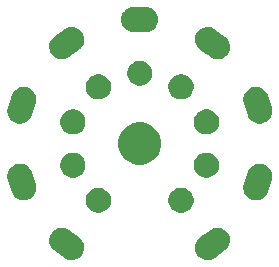
<source format=gts>
G04 #@! TF.GenerationSoftware,KiCad,Pcbnew,(5.0.2)-1*
G04 #@! TF.CreationDate,2019-04-02T21:27:11-07:00*
G04 #@! TF.ProjectId,5670-6922-adapter,35363730-2d36-4393-9232-2d6164617074,rev?*
G04 #@! TF.SameCoordinates,Original*
G04 #@! TF.FileFunction,Soldermask,Top*
G04 #@! TF.FilePolarity,Negative*
%FSLAX46Y46*%
G04 Gerber Fmt 4.6, Leading zero omitted, Abs format (unit mm)*
G04 Created by KiCad (PCBNEW (5.0.2)-1) date 4/2/2019 9:27:11 PM*
%MOMM*%
%LPD*%
G01*
G04 APERTURE LIST*
%ADD10C,0.100000*%
G04 APERTURE END LIST*
D10*
G36*
X88915711Y-86528347D02*
X89114104Y-86597143D01*
X89249873Y-86676719D01*
X90159793Y-87337813D01*
X90277429Y-87442346D01*
X90367091Y-87560793D01*
X90404164Y-87609768D01*
X90404164Y-87609769D01*
X90404165Y-87609770D01*
X90495802Y-87798697D01*
X90548824Y-88001883D01*
X90561185Y-88211499D01*
X90532415Y-88419503D01*
X90463619Y-88617896D01*
X90357438Y-88799057D01*
X90217956Y-88956023D01*
X90077114Y-89062637D01*
X90050533Y-89082758D01*
X89927956Y-89142212D01*
X89861600Y-89174397D01*
X89658418Y-89227418D01*
X89448802Y-89239779D01*
X89240798Y-89211009D01*
X89042405Y-89142213D01*
X88906636Y-89062637D01*
X88294503Y-88617897D01*
X87996718Y-88401544D01*
X87981973Y-88388441D01*
X87879081Y-88297010D01*
X87752348Y-88129590D01*
X87752347Y-88129588D01*
X87752346Y-88129587D01*
X87660707Y-87940654D01*
X87607686Y-87737472D01*
X87595325Y-87527857D01*
X87624095Y-87319853D01*
X87692891Y-87121460D01*
X87799072Y-86940299D01*
X87938554Y-86783333D01*
X88105974Y-86656600D01*
X88105975Y-86656600D01*
X88105977Y-86656598D01*
X88294910Y-86564959D01*
X88498092Y-86511938D01*
X88707707Y-86499577D01*
X88915711Y-86528347D01*
X88915711Y-86528347D01*
G37*
G36*
X102001908Y-86511938D02*
X102205090Y-86564959D01*
X102394023Y-86656598D01*
X102394025Y-86656600D01*
X102394026Y-86656600D01*
X102561446Y-86783333D01*
X102700928Y-86940299D01*
X102807109Y-87121460D01*
X102875905Y-87319853D01*
X102904675Y-87527857D01*
X102892314Y-87737473D01*
X102839292Y-87940659D01*
X102809595Y-88001884D01*
X102747654Y-88129588D01*
X102747652Y-88129590D01*
X102620919Y-88297010D01*
X102503283Y-88401543D01*
X101593363Y-89062637D01*
X101457594Y-89142213D01*
X101259201Y-89211009D01*
X101051197Y-89239779D01*
X100841582Y-89227418D01*
X100638400Y-89174397D01*
X100572044Y-89142212D01*
X100449467Y-89082758D01*
X100422886Y-89062637D01*
X100282044Y-88956023D01*
X100142562Y-88799057D01*
X100036381Y-88617896D01*
X99967585Y-88419503D01*
X99938815Y-88211499D01*
X99951176Y-88001884D01*
X100004197Y-87798702D01*
X100095836Y-87609770D01*
X100095836Y-87609769D01*
X100095838Y-87609766D01*
X100222571Y-87442346D01*
X100340207Y-87337813D01*
X100364927Y-87319853D01*
X101250126Y-86676719D01*
X101284456Y-86656598D01*
X101385895Y-86597143D01*
X101584288Y-86528347D01*
X101792292Y-86499577D01*
X102001908Y-86511938D01*
X102001908Y-86511938D01*
G37*
G36*
X99055324Y-83159571D02*
X99249320Y-83239927D01*
X99423922Y-83356593D01*
X99572396Y-83505067D01*
X99689062Y-83679669D01*
X99769418Y-83873665D01*
X99810383Y-84079613D01*
X99810383Y-84289599D01*
X99769418Y-84495547D01*
X99689062Y-84689543D01*
X99572396Y-84864145D01*
X99423922Y-85012619D01*
X99249320Y-85129285D01*
X99055324Y-85209641D01*
X98849376Y-85250606D01*
X98639390Y-85250606D01*
X98433442Y-85209641D01*
X98239446Y-85129285D01*
X98064844Y-85012619D01*
X97916370Y-84864145D01*
X97799704Y-84689543D01*
X97719348Y-84495547D01*
X97678383Y-84289599D01*
X97678383Y-84079613D01*
X97719348Y-83873665D01*
X97799704Y-83679669D01*
X97916370Y-83505067D01*
X98064844Y-83356593D01*
X98239446Y-83239927D01*
X98433442Y-83159571D01*
X98639390Y-83118606D01*
X98849376Y-83118606D01*
X99055324Y-83159571D01*
X99055324Y-83159571D01*
G37*
G36*
X92066558Y-83159571D02*
X92260554Y-83239927D01*
X92435156Y-83356593D01*
X92583630Y-83505067D01*
X92700296Y-83679669D01*
X92780652Y-83873665D01*
X92821617Y-84079613D01*
X92821617Y-84289599D01*
X92780652Y-84495547D01*
X92700296Y-84689543D01*
X92583630Y-84864145D01*
X92435156Y-85012619D01*
X92260554Y-85129285D01*
X92066558Y-85209641D01*
X91860610Y-85250606D01*
X91650624Y-85250606D01*
X91444676Y-85209641D01*
X91250680Y-85129285D01*
X91076078Y-85012619D01*
X90927604Y-84864145D01*
X90810938Y-84689543D01*
X90730582Y-84495547D01*
X90689617Y-84289599D01*
X90689617Y-84079613D01*
X90730582Y-83873665D01*
X90810938Y-83679669D01*
X90927604Y-83505067D01*
X91076078Y-83356593D01*
X91250680Y-83239927D01*
X91444676Y-83159571D01*
X91650624Y-83118606D01*
X91860610Y-83118606D01*
X92066558Y-83159571D01*
X92066558Y-83159571D01*
G37*
G36*
X85213432Y-81070907D02*
X85397063Y-81103699D01*
X85428259Y-81115909D01*
X85592601Y-81180230D01*
X85769454Y-81293442D01*
X85920822Y-81438979D01*
X86040888Y-81611248D01*
X86103954Y-81755429D01*
X86451512Y-82825101D01*
X86485239Y-82978817D01*
X86489361Y-83188759D01*
X86452446Y-83395472D01*
X86375915Y-83591010D01*
X86319162Y-83679666D01*
X86262704Y-83767863D01*
X86262701Y-83767866D01*
X86117169Y-83919230D01*
X85944897Y-84039297D01*
X85899561Y-84059127D01*
X85752512Y-84123448D01*
X85599650Y-84156987D01*
X85547405Y-84168450D01*
X85345873Y-84172407D01*
X85337464Y-84172572D01*
X85337462Y-84172572D01*
X85130752Y-84135658D01*
X84935213Y-84059127D01*
X84833303Y-83993889D01*
X84758361Y-83945915D01*
X84606993Y-83800378D01*
X84584331Y-83767863D01*
X84486925Y-83628106D01*
X84423862Y-83483931D01*
X84209795Y-82825101D01*
X84076302Y-82414254D01*
X84042576Y-82260541D01*
X84042575Y-82260538D01*
X84038454Y-82050597D01*
X84075368Y-81843885D01*
X84151899Y-81648346D01*
X84265111Y-81471493D01*
X84410648Y-81320125D01*
X84582917Y-81200059D01*
X84775302Y-81115909D01*
X84980408Y-81070906D01*
X85186228Y-81066866D01*
X85190349Y-81066785D01*
X85190350Y-81066785D01*
X85213432Y-81070907D01*
X85213432Y-81070907D01*
G37*
G36*
X105318059Y-81066949D02*
X105519591Y-81070906D01*
X105571836Y-81082369D01*
X105724698Y-81115908D01*
X105858539Y-81174452D01*
X105917083Y-81200059D01*
X106089355Y-81320126D01*
X106203628Y-81438978D01*
X106234890Y-81471493D01*
X106267891Y-81523047D01*
X106348101Y-81648346D01*
X106424632Y-81843884D01*
X106461547Y-82050597D01*
X106457425Y-82260539D01*
X106423698Y-82414255D01*
X106076140Y-83483927D01*
X106013074Y-83628108D01*
X105893008Y-83800377D01*
X105741640Y-83945914D01*
X105564787Y-84059126D01*
X105407514Y-84120680D01*
X105369249Y-84135657D01*
X105265892Y-84154114D01*
X105162536Y-84172571D01*
X105162535Y-84172571D01*
X105158414Y-84172490D01*
X104952594Y-84168450D01*
X104747488Y-84123447D01*
X104555103Y-84039297D01*
X104382834Y-83919231D01*
X104237297Y-83767863D01*
X104124085Y-83591010D01*
X104047554Y-83395471D01*
X104010640Y-83188759D01*
X104014761Y-82978818D01*
X104028867Y-82914527D01*
X104048488Y-82825102D01*
X104303545Y-82040119D01*
X104396048Y-81755425D01*
X104459111Y-81611250D01*
X104579178Y-81438979D01*
X104579179Y-81438978D01*
X104730547Y-81293441D01*
X104805489Y-81245467D01*
X104907399Y-81180229D01*
X105102938Y-81103698D01*
X105309648Y-81066784D01*
X105309650Y-81066784D01*
X105318059Y-81066949D01*
X105318059Y-81066949D01*
G37*
G36*
X101214972Y-80187071D02*
X101408968Y-80267427D01*
X101583570Y-80384093D01*
X101732044Y-80532567D01*
X101848710Y-80707169D01*
X101929066Y-80901165D01*
X101970031Y-81107113D01*
X101970031Y-81317099D01*
X101929066Y-81523047D01*
X101848710Y-81717043D01*
X101848708Y-81717046D01*
X101763957Y-81843885D01*
X101732044Y-81891645D01*
X101583570Y-82040119D01*
X101583567Y-82040121D01*
X101583566Y-82040122D01*
X101408971Y-82156783D01*
X101408968Y-82156785D01*
X101214972Y-82237141D01*
X101009024Y-82278106D01*
X100799038Y-82278106D01*
X100593090Y-82237141D01*
X100399094Y-82156785D01*
X100399091Y-82156783D01*
X100224496Y-82040122D01*
X100224495Y-82040121D01*
X100224492Y-82040119D01*
X100076018Y-81891645D01*
X100044106Y-81843885D01*
X99959354Y-81717046D01*
X99959352Y-81717043D01*
X99878996Y-81523047D01*
X99838031Y-81317099D01*
X99838031Y-81107113D01*
X99878996Y-80901165D01*
X99959352Y-80707169D01*
X100076018Y-80532567D01*
X100224492Y-80384093D01*
X100399094Y-80267427D01*
X100593090Y-80187071D01*
X100799038Y-80146106D01*
X101009024Y-80146106D01*
X101214972Y-80187071D01*
X101214972Y-80187071D01*
G37*
G36*
X89906910Y-80187071D02*
X90100906Y-80267427D01*
X90275508Y-80384093D01*
X90423982Y-80532567D01*
X90540648Y-80707169D01*
X90621004Y-80901165D01*
X90661969Y-81107113D01*
X90661969Y-81317099D01*
X90621004Y-81523047D01*
X90540648Y-81717043D01*
X90540646Y-81717046D01*
X90455895Y-81843885D01*
X90423982Y-81891645D01*
X90275508Y-82040119D01*
X90275505Y-82040121D01*
X90275504Y-82040122D01*
X90100909Y-82156783D01*
X90100906Y-82156785D01*
X89906910Y-82237141D01*
X89700962Y-82278106D01*
X89490976Y-82278106D01*
X89285028Y-82237141D01*
X89091032Y-82156785D01*
X89091029Y-82156783D01*
X88916434Y-82040122D01*
X88916433Y-82040121D01*
X88916430Y-82040119D01*
X88767956Y-81891645D01*
X88736044Y-81843885D01*
X88651292Y-81717046D01*
X88651290Y-81717043D01*
X88570934Y-81523047D01*
X88529969Y-81317099D01*
X88529969Y-81107113D01*
X88570934Y-80901165D01*
X88651290Y-80707169D01*
X88767956Y-80532567D01*
X88916430Y-80384093D01*
X89091032Y-80267427D01*
X89285028Y-80187071D01*
X89490976Y-80146106D01*
X89700962Y-80146106D01*
X89906910Y-80187071D01*
X89906910Y-80187071D01*
G37*
G36*
X95775331Y-77643211D02*
X96103092Y-77778974D01*
X96398073Y-77976074D01*
X96648926Y-78226927D01*
X96846026Y-78521908D01*
X96981789Y-78849669D01*
X97051000Y-79197616D01*
X97051000Y-79552384D01*
X96981789Y-79900331D01*
X96846026Y-80228092D01*
X96648926Y-80523073D01*
X96398073Y-80773926D01*
X96103092Y-80971026D01*
X95775331Y-81106789D01*
X95427384Y-81176000D01*
X95072616Y-81176000D01*
X94724669Y-81106789D01*
X94396908Y-80971026D01*
X94101927Y-80773926D01*
X93851074Y-80523073D01*
X93653974Y-80228092D01*
X93518211Y-79900331D01*
X93449000Y-79552384D01*
X93449000Y-79197616D01*
X93518211Y-78849669D01*
X93653974Y-78521908D01*
X93851074Y-78226927D01*
X94101927Y-77976074D01*
X94396908Y-77778974D01*
X94724669Y-77643211D01*
X95072616Y-77574000D01*
X95427384Y-77574000D01*
X95775331Y-77643211D01*
X95775331Y-77643211D01*
G37*
G36*
X101214972Y-76512859D02*
X101408968Y-76593215D01*
X101408971Y-76593217D01*
X101567888Y-76699402D01*
X101583570Y-76709881D01*
X101732044Y-76858355D01*
X101732046Y-76858358D01*
X101732047Y-76858359D01*
X101823061Y-76994571D01*
X101848710Y-77032957D01*
X101929066Y-77226953D01*
X101970031Y-77432901D01*
X101970031Y-77642887D01*
X101929066Y-77848835D01*
X101848710Y-78042831D01*
X101732044Y-78217433D01*
X101583570Y-78365907D01*
X101408968Y-78482573D01*
X101214972Y-78562929D01*
X101009024Y-78603894D01*
X100799038Y-78603894D01*
X100593090Y-78562929D01*
X100399094Y-78482573D01*
X100224492Y-78365907D01*
X100076018Y-78217433D01*
X99959352Y-78042831D01*
X99878996Y-77848835D01*
X99838031Y-77642887D01*
X99838031Y-77432901D01*
X99878996Y-77226953D01*
X99959352Y-77032957D01*
X99985001Y-76994571D01*
X100076015Y-76858359D01*
X100076016Y-76858358D01*
X100076018Y-76858355D01*
X100224492Y-76709881D01*
X100240175Y-76699402D01*
X100399091Y-76593217D01*
X100399094Y-76593215D01*
X100593090Y-76512859D01*
X100799038Y-76471894D01*
X101009024Y-76471894D01*
X101214972Y-76512859D01*
X101214972Y-76512859D01*
G37*
G36*
X89906910Y-76512859D02*
X90100906Y-76593215D01*
X90100909Y-76593217D01*
X90259826Y-76699402D01*
X90275508Y-76709881D01*
X90423982Y-76858355D01*
X90423984Y-76858358D01*
X90423985Y-76858359D01*
X90514999Y-76994571D01*
X90540648Y-77032957D01*
X90621004Y-77226953D01*
X90661969Y-77432901D01*
X90661969Y-77642887D01*
X90621004Y-77848835D01*
X90540648Y-78042831D01*
X90423982Y-78217433D01*
X90275508Y-78365907D01*
X90100906Y-78482573D01*
X89906910Y-78562929D01*
X89700962Y-78603894D01*
X89490976Y-78603894D01*
X89285028Y-78562929D01*
X89091032Y-78482573D01*
X88916430Y-78365907D01*
X88767956Y-78217433D01*
X88651290Y-78042831D01*
X88570934Y-77848835D01*
X88529969Y-77642887D01*
X88529969Y-77432901D01*
X88570934Y-77226953D01*
X88651290Y-77032957D01*
X88676939Y-76994571D01*
X88767953Y-76858359D01*
X88767954Y-76858358D01*
X88767956Y-76858355D01*
X88916430Y-76709881D01*
X88932113Y-76699402D01*
X89091029Y-76593217D01*
X89091032Y-76593215D01*
X89285028Y-76512859D01*
X89490976Y-76471894D01*
X89700962Y-76471894D01*
X89906910Y-76512859D01*
X89906910Y-76512859D01*
G37*
G36*
X105185618Y-74581551D02*
X105369249Y-74614343D01*
X105400445Y-74626553D01*
X105564787Y-74690874D01*
X105741640Y-74804086D01*
X105893008Y-74949623D01*
X106013074Y-75121892D01*
X106076140Y-75266073D01*
X106423698Y-76335745D01*
X106457425Y-76489461D01*
X106461547Y-76699403D01*
X106424632Y-76906116D01*
X106348101Y-77101654D01*
X106284990Y-77200241D01*
X106234890Y-77278507D01*
X106234887Y-77278510D01*
X106089355Y-77429874D01*
X105917083Y-77549941D01*
X105871747Y-77569771D01*
X105724698Y-77634092D01*
X105571836Y-77667631D01*
X105519591Y-77679094D01*
X105318059Y-77683051D01*
X105309650Y-77683216D01*
X105309648Y-77683216D01*
X105102938Y-77646302D01*
X104907399Y-77569771D01*
X104805489Y-77504533D01*
X104730547Y-77456559D01*
X104579179Y-77311022D01*
X104556517Y-77278507D01*
X104459111Y-77138750D01*
X104396048Y-76994575D01*
X104231926Y-76489459D01*
X104048488Y-75924898D01*
X104014762Y-75771185D01*
X104014761Y-75771182D01*
X104010640Y-75561241D01*
X104047554Y-75354529D01*
X104124085Y-75158990D01*
X104237297Y-74982137D01*
X104382834Y-74830769D01*
X104555103Y-74710703D01*
X104747488Y-74626553D01*
X104952594Y-74581550D01*
X105158414Y-74577510D01*
X105162535Y-74577429D01*
X105162536Y-74577429D01*
X105185618Y-74581551D01*
X105185618Y-74581551D01*
G37*
G36*
X85345873Y-74577593D02*
X85547405Y-74581550D01*
X85599650Y-74593013D01*
X85752512Y-74626552D01*
X85886353Y-74685096D01*
X85944897Y-74710703D01*
X86117169Y-74830770D01*
X86160978Y-74876335D01*
X86262704Y-74982137D01*
X86312804Y-75060403D01*
X86375915Y-75158990D01*
X86452446Y-75354528D01*
X86489361Y-75561241D01*
X86485239Y-75771183D01*
X86451512Y-75924899D01*
X86103954Y-76994571D01*
X86040888Y-77138752D01*
X85920822Y-77311021D01*
X85769454Y-77456558D01*
X85592601Y-77569770D01*
X85435329Y-77631324D01*
X85397063Y-77646301D01*
X85293706Y-77664758D01*
X85190350Y-77683215D01*
X85190349Y-77683215D01*
X85186228Y-77683134D01*
X84980408Y-77679094D01*
X84775302Y-77634091D01*
X84582917Y-77549941D01*
X84410648Y-77429875D01*
X84265111Y-77278507D01*
X84151899Y-77101654D01*
X84075368Y-76906115D01*
X84038454Y-76699403D01*
X84042575Y-76489462D01*
X84056681Y-76425171D01*
X84076302Y-76335746D01*
X84344581Y-75510071D01*
X84423862Y-75266069D01*
X84486925Y-75121894D01*
X84606992Y-74949623D01*
X84606993Y-74949622D01*
X84758361Y-74804085D01*
X84833303Y-74756111D01*
X84935213Y-74690873D01*
X85130752Y-74614342D01*
X85337462Y-74577428D01*
X85337464Y-74577428D01*
X85345873Y-74577593D01*
X85345873Y-74577593D01*
G37*
G36*
X92066558Y-73540359D02*
X92260554Y-73620715D01*
X92435156Y-73737381D01*
X92583630Y-73885855D01*
X92700296Y-74060457D01*
X92780652Y-74254453D01*
X92821617Y-74460401D01*
X92821617Y-74670387D01*
X92780652Y-74876335D01*
X92700296Y-75070331D01*
X92583630Y-75244933D01*
X92435156Y-75393407D01*
X92260554Y-75510073D01*
X92066558Y-75590429D01*
X91860610Y-75631394D01*
X91650624Y-75631394D01*
X91444676Y-75590429D01*
X91250680Y-75510073D01*
X91076078Y-75393407D01*
X90927604Y-75244933D01*
X90810938Y-75070331D01*
X90730582Y-74876335D01*
X90689617Y-74670387D01*
X90689617Y-74460401D01*
X90730582Y-74254453D01*
X90810938Y-74060457D01*
X90927604Y-73885855D01*
X91076078Y-73737381D01*
X91250680Y-73620715D01*
X91444676Y-73540359D01*
X91650624Y-73499394D01*
X91860610Y-73499394D01*
X92066558Y-73540359D01*
X92066558Y-73540359D01*
G37*
G36*
X99055324Y-73540359D02*
X99249320Y-73620715D01*
X99423922Y-73737381D01*
X99572396Y-73885855D01*
X99689062Y-74060457D01*
X99769418Y-74254453D01*
X99810383Y-74460401D01*
X99810383Y-74670387D01*
X99769418Y-74876335D01*
X99689062Y-75070331D01*
X99572396Y-75244933D01*
X99423922Y-75393407D01*
X99249320Y-75510073D01*
X99055324Y-75590429D01*
X98849376Y-75631394D01*
X98639390Y-75631394D01*
X98433442Y-75590429D01*
X98239446Y-75510073D01*
X98064844Y-75393407D01*
X97916370Y-75244933D01*
X97799704Y-75070331D01*
X97719348Y-74876335D01*
X97678383Y-74670387D01*
X97678383Y-74460401D01*
X97719348Y-74254453D01*
X97799704Y-74060457D01*
X97916370Y-73885855D01*
X98064844Y-73737381D01*
X98239446Y-73620715D01*
X98433442Y-73540359D01*
X98639390Y-73499394D01*
X98849376Y-73499394D01*
X99055324Y-73540359D01*
X99055324Y-73540359D01*
G37*
G36*
X95560941Y-72404965D02*
X95754937Y-72485321D01*
X95929539Y-72601987D01*
X96078013Y-72750461D01*
X96194679Y-72925063D01*
X96275035Y-73119059D01*
X96316000Y-73325007D01*
X96316000Y-73534993D01*
X96275035Y-73740941D01*
X96194679Y-73934937D01*
X96078013Y-74109539D01*
X95929539Y-74258013D01*
X95754937Y-74374679D01*
X95560941Y-74455035D01*
X95354993Y-74496000D01*
X95145007Y-74496000D01*
X94939059Y-74455035D01*
X94745063Y-74374679D01*
X94570461Y-74258013D01*
X94421987Y-74109539D01*
X94305321Y-73934937D01*
X94224965Y-73740941D01*
X94184000Y-73534993D01*
X94184000Y-73325007D01*
X94224965Y-73119059D01*
X94305321Y-72925063D01*
X94421987Y-72750461D01*
X94570461Y-72601987D01*
X94745063Y-72485321D01*
X94939059Y-72404965D01*
X95145007Y-72364000D01*
X95354993Y-72364000D01*
X95560941Y-72404965D01*
X95560941Y-72404965D01*
G37*
G36*
X101259201Y-69538991D02*
X101457594Y-69607787D01*
X101559033Y-69667242D01*
X101593363Y-69687363D01*
X101921235Y-69925575D01*
X102503283Y-70348457D01*
X102620919Y-70452990D01*
X102710581Y-70571437D01*
X102747654Y-70620412D01*
X102747654Y-70620413D01*
X102747655Y-70620414D01*
X102839292Y-70809341D01*
X102892314Y-71012527D01*
X102904675Y-71222143D01*
X102875905Y-71430147D01*
X102807109Y-71628540D01*
X102700928Y-71809701D01*
X102561446Y-71966667D01*
X102420604Y-72073281D01*
X102394023Y-72093402D01*
X102271446Y-72152856D01*
X102205090Y-72185041D01*
X102001908Y-72238062D01*
X101792292Y-72250423D01*
X101584288Y-72221653D01*
X101385895Y-72152857D01*
X101250126Y-72073281D01*
X100637993Y-71628541D01*
X100340208Y-71412188D01*
X100325463Y-71399085D01*
X100222571Y-71307654D01*
X100095838Y-71140234D01*
X100095837Y-71140232D01*
X100095836Y-71140231D01*
X100004197Y-70951298D01*
X99951176Y-70748116D01*
X99938815Y-70538501D01*
X99967585Y-70330497D01*
X100036381Y-70132104D01*
X100142562Y-69950943D01*
X100282044Y-69793977D01*
X100449464Y-69667244D01*
X100449465Y-69667244D01*
X100449467Y-69667242D01*
X100638400Y-69575603D01*
X100841582Y-69522582D01*
X101051197Y-69510221D01*
X101259201Y-69538991D01*
X101259201Y-69538991D01*
G37*
G36*
X89658418Y-69522582D02*
X89861600Y-69575603D01*
X90050533Y-69667242D01*
X90050535Y-69667244D01*
X90050536Y-69667244D01*
X90217956Y-69793977D01*
X90357438Y-69950943D01*
X90463619Y-70132104D01*
X90532415Y-70330497D01*
X90561185Y-70538501D01*
X90548824Y-70748117D01*
X90495802Y-70951303D01*
X90466105Y-71012528D01*
X90404164Y-71140232D01*
X90404162Y-71140234D01*
X90277429Y-71307654D01*
X90159793Y-71412187D01*
X89249873Y-72073281D01*
X89114104Y-72152857D01*
X88915711Y-72221653D01*
X88707707Y-72250423D01*
X88498092Y-72238062D01*
X88294910Y-72185041D01*
X88228554Y-72152856D01*
X88105977Y-72093402D01*
X88079396Y-72073281D01*
X87938554Y-71966667D01*
X87799072Y-71809701D01*
X87692891Y-71628540D01*
X87624095Y-71430147D01*
X87595325Y-71222143D01*
X87607686Y-71012528D01*
X87660707Y-70809346D01*
X87752346Y-70620414D01*
X87752346Y-70620413D01*
X87752348Y-70620410D01*
X87879081Y-70452990D01*
X87996717Y-70348457D01*
X88021437Y-70330497D01*
X88906636Y-69687363D01*
X88940966Y-69667242D01*
X89042405Y-69607787D01*
X89240798Y-69538991D01*
X89448802Y-69510221D01*
X89658418Y-69522582D01*
X89658418Y-69522582D01*
G37*
G36*
X95968974Y-67824424D02*
X96169912Y-67885379D01*
X96169914Y-67885380D01*
X96355103Y-67984366D01*
X96397386Y-68019067D01*
X96517423Y-68117577D01*
X96615933Y-68237614D01*
X96650634Y-68279897D01*
X96650635Y-68279899D01*
X96749621Y-68465088D01*
X96810576Y-68666026D01*
X96831157Y-68875000D01*
X96810576Y-69083974D01*
X96749621Y-69284912D01*
X96749620Y-69284914D01*
X96650634Y-69470103D01*
X96617710Y-69510221D01*
X96517423Y-69632423D01*
X96397386Y-69730933D01*
X96355103Y-69765634D01*
X96355101Y-69765635D01*
X96169912Y-69864621D01*
X95968974Y-69925576D01*
X95812364Y-69941000D01*
X94687636Y-69941000D01*
X94531026Y-69925576D01*
X94330088Y-69864621D01*
X94144899Y-69765635D01*
X94144897Y-69765634D01*
X94102614Y-69730933D01*
X93982577Y-69632423D01*
X93882290Y-69510221D01*
X93849366Y-69470103D01*
X93750380Y-69284914D01*
X93750379Y-69284912D01*
X93689424Y-69083974D01*
X93668843Y-68875000D01*
X93689424Y-68666026D01*
X93750379Y-68465088D01*
X93849365Y-68279899D01*
X93849366Y-68279897D01*
X93884067Y-68237614D01*
X93982577Y-68117577D01*
X94102614Y-68019067D01*
X94144897Y-67984366D01*
X94330086Y-67885380D01*
X94330088Y-67885379D01*
X94531026Y-67824424D01*
X94687636Y-67809000D01*
X95812364Y-67809000D01*
X95968974Y-67824424D01*
X95968974Y-67824424D01*
G37*
M02*

</source>
